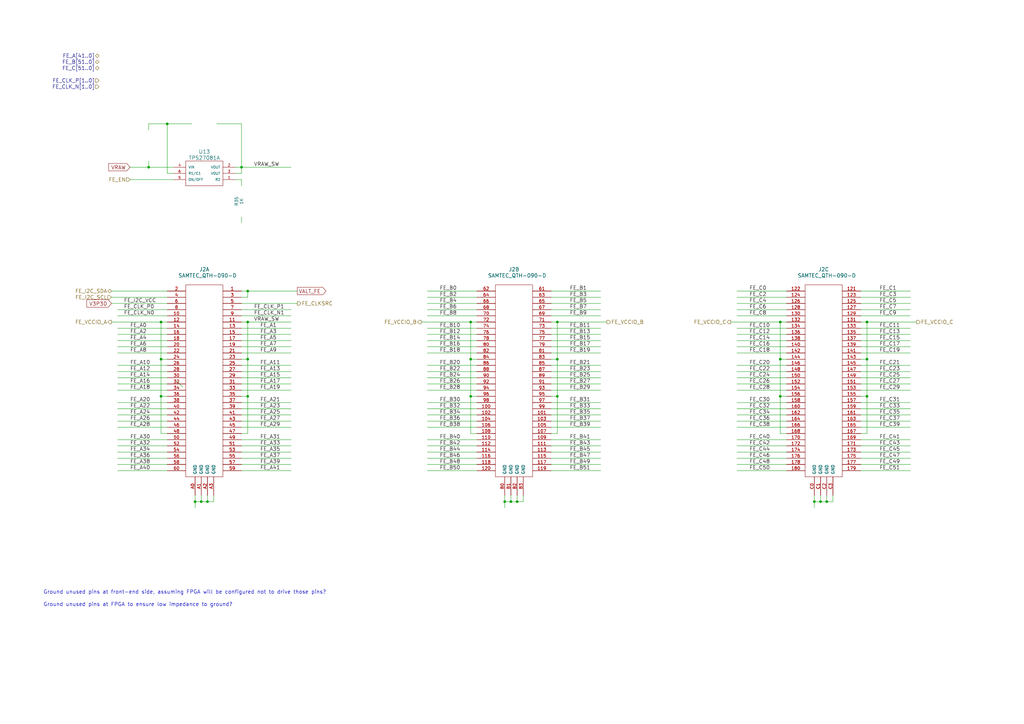
<source format=kicad_sch>
(kicad_sch (version 20230121) (generator eeschema)
  (paper "A3")
  (title_block (title "Daisho Project Main Board") (date "10 Oct 2014") (rev "0") (company "ShareBrained Technology, Inc.") (comment 1 "Copyright © 2013 Jared Boone") (comment 2 "License: GNU General Public License, version 2"))
  (lib_symbols
    (symbol "samtec_qth-090-d:SAMTEC_QTH-090-D" (pin_names (offset 1.016))
      (property "Reference" "J" (at 0 1.27 0))
      (property "Value" "SAMTEC_QTH-090-D" (at 1.27 -1.27 0))
      (symbol "SAMTEC_QTH-090-D_1_1"
        (rectangle (start -7.62 -83.82) (end 7.62 -5.08))
        (pin passive line (at 15.24 -7.62 180) (length 7.62) (name "~") (number "1"))
        (pin passive line (at -15.24 -17.78 0) (length 7.62) (name "~") (number "10"))
        (pin passive line (at 15.24 -20.32 180) (length 7.62) (name "~") (number "11"))
        (pin passive line (at -15.24 -20.32 0) (length 7.62) (name "~") (number "12"))
        (pin passive line (at 15.24 -22.86 180) (length 7.62) (name "~") (number "13"))
        (pin passive line (at -15.24 -22.86 0) (length 7.62) (name "~") (number "14"))
        (pin passive line (at 15.24 -25.4 180) (length 7.62) (name "~") (number "15"))
        (pin passive line (at -15.24 -25.4 0) (length 7.62) (name "~") (number "16"))
        (pin passive line (at 15.24 -27.94 180) (length 7.62) (name "~") (number "17"))
        (pin passive line (at -15.24 -27.94 0) (length 7.62) (name "~") (number "18"))
        (pin passive line (at 15.24 -30.48 180) (length 7.62) (name "~") (number "19"))
        (pin passive line (at -15.24 -7.62 0) (length 7.62) (name "~") (number "2"))
        (pin passive line (at -15.24 -30.48 0) (length 7.62) (name "~") (number "20"))
        (pin passive line (at 15.24 -33.02 180) (length 7.62) (name "~") (number "21"))
        (pin passive line (at -15.24 -33.02 0) (length 7.62) (name "~") (number "22"))
        (pin passive line (at 15.24 -35.56 180) (length 7.62) (name "~") (number "23"))
        (pin passive line (at -15.24 -35.56 0) (length 7.62) (name "~") (number "24"))
        (pin passive line (at 15.24 -38.1 180) (length 7.62) (name "~") (number "25"))
        (pin passive line (at -15.24 -38.1 0) (length 7.62) (name "~") (number "26"))
        (pin passive line (at 15.24 -40.64 180) (length 7.62) (name "~") (number "27"))
        (pin passive line (at -15.24 -40.64 0) (length 7.62) (name "~") (number "28"))
        (pin passive line (at 15.24 -43.18 180) (length 7.62) (name "~") (number "29"))
        (pin passive line (at 15.24 -10.16 180) (length 7.62) (name "~") (number "3"))
        (pin passive line (at -15.24 -43.18 0) (length 7.62) (name "~") (number "30"))
        (pin passive line (at 15.24 -45.72 180) (length 7.62) (name "~") (number "31"))
        (pin passive line (at -15.24 -45.72 0) (length 7.62) (name "~") (number "32"))
        (pin passive line (at 15.24 -48.26 180) (length 7.62) (name "~") (number "33"))
        (pin passive line (at -15.24 -48.26 0) (length 7.62) (name "~") (number "34"))
        (pin passive line (at 15.24 -50.8 180) (length 7.62) (name "~") (number "35"))
        (pin passive line (at -15.24 -50.8 0) (length 7.62) (name "~") (number "36"))
        (pin passive line (at 15.24 -53.34 180) (length 7.62) (name "~") (number "37"))
        (pin passive line (at -15.24 -53.34 0) (length 7.62) (name "~") (number "38"))
        (pin passive line (at 15.24 -55.88 180) (length 7.62) (name "~") (number "39"))
        (pin passive line (at -15.24 -10.16 0) (length 7.62) (name "~") (number "4"))
        (pin passive line (at -15.24 -55.88 0) (length 7.62) (name "~") (number "40"))
        (pin passive line (at 15.24 -58.42 180) (length 7.62) (name "~") (number "41"))
        (pin passive line (at -15.24 -58.42 0) (length 7.62) (name "~") (number "42"))
        (pin passive line (at 15.24 -60.96 180) (length 7.62) (name "~") (number "43"))
        (pin passive line (at -15.24 -60.96 0) (length 7.62) (name "~") (number "44"))
        (pin passive line (at 15.24 -63.5 180) (length 7.62) (name "~") (number "45"))
        (pin passive line (at -15.24 -63.5 0) (length 7.62) (name "~") (number "46"))
        (pin passive line (at 15.24 -66.04 180) (length 7.62) (name "~") (number "47"))
        (pin passive line (at -15.24 -66.04 0) (length 7.62) (name "~") (number "48"))
        (pin passive line (at 15.24 -68.58 180) (length 7.62) (name "~") (number "49"))
        (pin passive line (at 15.24 -12.7 180) (length 7.62) (name "~") (number "5"))
        (pin passive line (at -15.24 -68.58 0) (length 7.62) (name "~") (number "50"))
        (pin passive line (at 15.24 -71.12 180) (length 7.62) (name "~") (number "51"))
        (pin passive line (at -15.24 -71.12 0) (length 7.62) (name "~") (number "52"))
        (pin passive line (at 15.24 -73.66 180) (length 7.62) (name "~") (number "53"))
        (pin passive line (at -15.24 -73.66 0) (length 7.62) (name "~") (number "54"))
        (pin passive line (at 15.24 -76.2 180) (length 7.62) (name "~") (number "55"))
        (pin passive line (at -15.24 -76.2 0) (length 7.62) (name "~") (number "56"))
        (pin passive line (at 15.24 -78.74 180) (length 7.62) (name "~") (number "57"))
        (pin passive line (at -15.24 -78.74 0) (length 7.62) (name "~") (number "58"))
        (pin passive line (at 15.24 -81.28 180) (length 7.62) (name "~") (number "59"))
        (pin passive line (at -15.24 -12.7 0) (length 7.62) (name "~") (number "6"))
        (pin passive line (at -15.24 -81.28 0) (length 7.62) (name "~") (number "60"))
        (pin passive line (at 15.24 -15.24 180) (length 7.62) (name "~") (number "7"))
        (pin passive line (at -15.24 -15.24 0) (length 7.62) (name "~") (number "8"))
        (pin passive line (at 15.24 -17.78 180) (length 7.62) (name "~") (number "9"))
        (pin power_in line (at -3.81 -91.44 90) (length 7.62) (name "GND") (number "A0"))
        (pin power_in line (at -1.27 -91.44 90) (length 7.62) (name "GND") (number "A1"))
        (pin power_in line (at 1.27 -91.44 90) (length 7.62) (name "GND") (number "A2"))
        (pin power_in line (at 3.81 -91.44 90) (length 7.62) (name "GND") (number "A3"))
      )
      (symbol "SAMTEC_QTH-090-D_2_1"
        (rectangle (start -7.62 -83.82) (end 7.62 -5.08))
        (pin passive line (at -15.24 -55.88 0) (length 7.62) (name "~") (number "100"))
        (pin passive line (at 15.24 -58.42 180) (length 7.62) (name "~") (number "101"))
        (pin passive line (at -15.24 -58.42 0) (length 7.62) (name "~") (number "102"))
        (pin passive line (at 15.24 -60.96 180) (length 7.62) (name "~") (number "103"))
        (pin passive line (at -15.24 -60.96 0) (length 7.62) (name "~") (number "104"))
        (pin passive line (at 15.24 -63.5 180) (length 7.62) (name "~") (number "105"))
        (pin passive line (at -15.24 -63.5 0) (length 7.62) (name "~") (number "106"))
        (pin passive line (at 15.24 -66.04 180) (length 7.62) (name "~") (number "107"))
        (pin passive line (at -15.24 -66.04 0) (length 7.62) (name "~") (number "108"))
        (pin passive line (at 15.24 -68.58 180) (length 7.62) (name "~") (number "109"))
        (pin passive line (at -15.24 -68.58 0) (length 7.62) (name "~") (number "110"))
        (pin passive line (at 15.24 -71.12 180) (length 7.62) (name "~") (number "111"))
        (pin passive line (at -15.24 -71.12 0) (length 7.62) (name "~") (number "112"))
        (pin passive line (at 15.24 -73.66 180) (length 7.62) (name "~") (number "113"))
        (pin passive line (at -15.24 -73.66 0) (length 7.62) (name "~") (number "114"))
        (pin passive line (at 15.24 -76.2 180) (length 7.62) (name "~") (number "115"))
        (pin passive line (at -15.24 -76.2 0) (length 7.62) (name "~") (number "116"))
        (pin passive line (at 15.24 -78.74 180) (length 7.62) (name "~") (number "117"))
        (pin passive line (at -15.24 -78.74 0) (length 7.62) (name "~") (number "118"))
        (pin passive line (at 15.24 -81.28 180) (length 7.62) (name "~") (number "119"))
        (pin passive line (at -15.24 -81.28 0) (length 7.62) (name "~") (number "120"))
        (pin passive line (at 15.24 -7.62 180) (length 7.62) (name "~") (number "61"))
        (pin passive line (at -15.24 -7.62 0) (length 7.62) (name "~") (number "62"))
        (pin passive line (at 15.24 -10.16 180) (length 7.62) (name "~") (number "63"))
        (pin passive line (at -15.24 -10.16 0) (length 7.62) (name "~") (number "64"))
        (pin passive line (at 15.24 -12.7 180) (length 7.62) (name "~") (number "65"))
        (pin passive line (at -15.24 -12.7 0) (length 7.62) (name "~") (number "66"))
        (pin passive line (at 15.24 -15.24 180) (length 7.62) (name "~") (number "67"))
        (pin passive line (at -15.24 -15.24 0) (length 7.62) (name "~") (number "68"))
        (pin passive line (at 15.24 -17.78 180) (length 7.62) (name "~") (number "69"))
        (pin passive line (at -15.24 -17.78 0) (length 7.62) (name "~") (number "70"))
        (pin passive line (at 15.24 -20.32 180) (length 7.62) (name "~") (number "71"))
        (pin passive line (at -15.24 -20.32 0) (length 7.62) (name "~") (number "72"))
        (pin passive line (at 15.24 -22.86 180) (length 7.62) (name "~") (number "73"))
        (pin passive line (at -15.24 -22.86 0) (length 7.62) (name "~") (number "74"))
        (pin passive line (at 15.24 -25.4 180) (length 7.62) (name "~") (number "75"))
        (pin passive line (at -15.24 -25.4 0) (length 7.62) (name "~") (number "76"))
        (pin passive line (at 15.24 -27.94 180) (length 7.62) (name "~") (number "77"))
        (pin passive line (at -15.24 -27.94 0) (length 7.62) (name "~") (number "78"))
        (pin passive line (at 15.24 -30.48 180) (length 7.62) (name "~") (number "79"))
        (pin passive line (at -15.24 -30.48 0) (length 7.62) (name "~") (number "80"))
        (pin passive line (at 15.24 -33.02 180) (length 7.62) (name "~") (number "81"))
        (pin passive line (at -15.24 -33.02 0) (length 7.62) (name "~") (number "82"))
        (pin passive line (at 15.24 -35.56 180) (length 7.62) (name "~") (number "83"))
        (pin passive line (at -15.24 -35.56 0) (length 7.62) (name "~") (number "84"))
        (pin passive line (at 15.24 -38.1 180) (length 7.62) (name "~") (number "85"))
        (pin passive line (at -15.24 -38.1 0) (length 7.62) (name "~") (number "86"))
        (pin passive line (at 15.24 -40.64 180) (length 7.62) (name "~") (number "87"))
        (pin passive line (at -15.24 -40.64 0) (length 7.62) (name "~") (number "88"))
        (pin passive line (at 15.24 -43.18 180) (length 7.62) (name "~") (number "89"))
        (pin passive line (at -15.24 -43.18 0) (length 7.62) (name "~") (number "90"))
        (pin passive line (at 15.24 -45.72 180) (length 7.62) (name "~") (number "91"))
        (pin passive line (at -15.24 -45.72 0) (length 7.62) (name "~") (number "92"))
        (pin passive line (at 15.24 -48.26 180) (length 7.62) (name "~") (number "93"))
        (pin passive line (at -15.24 -48.26 0) (length 7.62) (name "~") (number "94"))
        (pin passive line (at 15.24 -50.8 180) (length 7.62) (name "~") (number "95"))
        (pin passive line (at -15.24 -50.8 0) (length 7.62) (name "~") (number "96"))
        (pin passive line (at 15.24 -53.34 180) (length 7.62) (name "~") (number "97"))
        (pin passive line (at -15.24 -53.34 0) (length 7.62) (name "~") (number "98"))
        (pin passive line (at 15.24 -55.88 180) (length 7.62) (name "~") (number "99"))
        (pin power_in line (at -3.81 -91.44 90) (length 7.62) (name "GND") (number "B0"))
        (pin power_in line (at -1.27 -91.44 90) (length 7.62) (name "GND") (number "B1"))
        (pin power_in line (at 1.27 -91.44 90) (length 7.62) (name "GND") (number "B2"))
        (pin power_in line (at 3.81 -91.44 90) (length 7.62) (name "GND") (number "B3"))
      )
      (symbol "SAMTEC_QTH-090-D_3_1"
        (rectangle (start -7.62 -83.82) (end 7.62 -5.08))
        (pin passive line (at 15.24 -7.62 180) (length 7.62) (name "~") (number "121"))
        (pin passive line (at -15.24 -7.62 0) (length 7.62) (name "~") (number "122"))
        (pin passive line (at 15.24 -10.16 180) (length 7.62) (name "~") (number "123"))
        (pin passive line (at -15.24 -10.16 0) (length 7.62) (name "~") (number "124"))
        (pin passive line (at 15.24 -12.7 180) (length 7.62) (name "~") (number "125"))
        (pin passive line (at -15.24 -12.7 0) (length 7.62) (name "~") (number "126"))
        (pin passive line (at 15.24 -15.24 180) (length 7.62) (name "~") (number "127"))
        (pin passive line (at -15.24 -15.24 0) (length 7.62) (name "~") (number "128"))
        (pin passive line (at 15.24 -17.78 180) (length 7.62) (name "~") (number "129"))
        (pin passive line (at -15.24 -17.78 0) (length 7.62) (name "~") (number "130"))
        (pin passive line (at 15.24 -20.32 180) (length 7.62) (name "~") (number "131"))
        (pin passive line (at -15.24 -20.32 0) (length 7.62) (name "~") (number "132"))
        (pin passive line (at 15.24 -22.86 180) (length 7.62) (name "~") (number "133"))
        (pin passive line (at -15.24 -22.86 0) (length 7.62) (name "~") (number "134"))
        (pin passive line (at 15.24 -25.4 180) (length 7.62) (name "~") (number "135"))
        (pin passive line (at -15.24 -25.4 0) (length 7.62) (name "~") (number "136"))
        (pin passive line (at 15.24 -27.94 180) (length 7.62) (name "~") (number "137"))
        (pin passive line (at -15.24 -27.94 0) (length 7.62) (name "~") (number "138"))
        (pin passive line (at 15.24 -30.48 180) (length 7.62) (name "~") (number "139"))
        (pin passive line (at -15.24 -30.48 0) (length 7.62) (name "~") (number "140"))
        (pin passive line (at 15.24 -33.02 180) (length 7.62) (name "~") (number "141"))
        (pin passive line (at -15.24 -33.02 0) (length 7.62) (name "~") (number "142"))
        (pin passive line (at 15.24 -35.56 180) (length 7.62) (name "~") (number "143"))
        (pin passive line (at -15.24 -35.56 0) (length 7.62) (name "~") (number "144"))
        (pin passive line (at 15.24 -38.1 180) (length 7.62) (name "~") (number "145"))
        (pin passive line (at -15.24 -38.1 0) (length 7.62) (name "~") (number "146"))
        (pin passive line (at 15.24 -40.64 180) (length 7.62) (name "~") (number "147"))
        (pin passive line (at -15.24 -40.64 0) (length 7.62) (name "~") (number "148"))
        (pin passive line (at 15.24 -43.18 180) (length 7.62) (name "~") (number "149"))
        (pin passive line (at -15.24 -43.18 0) (length 7.62) (name "~") (number "150"))
        (pin passive line (at 15.24 -45.72 180) (length 7.62) (name "~") (number "151"))
        (pin passive line (at -15.24 -45.72 0) (length 7.62) (name "~") (number "152"))
        (pin passive line (at 15.24 -48.26 180) (length 7.62) (name "~") (number "153"))
        (pin passive line (at -15.24 -48.26 0) (length 7.62) (name "~") (number "154"))
        (pin passive line (at 15.24 -50.8 180) (length 7.62) (name "~") (number "155"))
        (pin passive line (at -15.24 -50.8 0) (length 7.62) (name "~") (number "156"))
        (pin passive line (at 15.24 -53.34 180) (length 7.62) (name "~") (number "157"))
        (pin passive line (at -15.24 -53.34 0) (length 7.62) (name "~") (number "158"))
        (pin passive line (at 15.24 -55.88 180) (length 7.62) (name "~") (number "159"))
        (pin passive line (at -15.24 -55.88 0) (length 7.62) (name "~") (number "160"))
        (pin passive line (at 15.24 -58.42 180) (length 7.62) (name "~") (number "161"))
        (pin passive line (at -15.24 -58.42 0) (length 7.62) (name "~") (number "162"))
        (pin passive line (at 15.24 -60.96 180) (length 7.62) (name "~") (number "163"))
        (pin passive line (at -15.24 -60.96 0) (length 7.62) (name "~") (number "164"))
        (pin passive line (at 15.24 -63.5 180) (length 7.62) (name "~") (number "165"))
        (pin passive line (at -15.24 -63.5 0) (length 7.62) (name "~") (number "166"))
        (pin passive line (at 15.24 -66.04 180) (length 7.62) (name "~") (number "167"))
        (pin passive line (at -15.24 -66.04 0) (length 7.62) (name "~") (number "168"))
        (pin passive line (at 15.24 -68.58 180) (length 7.62) (name "~") (number "169"))
        (pin passive line (at -15.24 -68.58 0) (length 7.62) (name "~") (number "170"))
        (pin passive line (at 15.24 -71.12 180) (length 7.62) (name "~") (number "171"))
        (pin passive line (at -15.24 -71.12 0) (length 7.62) (name "~") (number "172"))
        (pin passive line (at 15.24 -73.66 180) (length 7.62) (name "~") (number "173"))
        (pin passive line (at -15.24 -73.66 0) (length 7.62) (name "~") (number "174"))
        (pin passive line (at 15.24 -76.2 180) (length 7.62) (name "~") (number "175"))
        (pin passive line (at -15.24 -76.2 0) (length 7.62) (name "~") (number "176"))
        (pin passive line (at 15.24 -78.74 180) (length 7.62) (name "~") (number "177"))
        (pin passive line (at -15.24 -78.74 0) (length 7.62) (name "~") (number "178"))
        (pin passive line (at 15.24 -81.28 180) (length 7.62) (name "~") (number "179"))
        (pin passive line (at -15.24 -81.28 0) (length 7.62) (name "~") (number "180"))
        (pin power_in line (at -3.81 -91.44 90) (length 7.62) (name "GND") (number "C0"))
        (pin power_in line (at -1.27 -91.44 90) (length 7.62) (name "GND") (number "C1"))
        (pin power_in line (at 1.27 -91.44 90) (length 7.62) (name "GND") (number "C2"))
        (pin power_in line (at 3.81 -91.44 90) (length 7.62) (name "GND") (number "C3"))
      )
    )
    (symbol "tps27081a:TPS27081A" (pin_names (offset 1.016))
      (property "Reference" "U" (at 0 8.89 0))
      (property "Value" "TPS27081A" (at 0 6.35 0))
      (symbol "TPS27081A_0_1"
        (rectangle (start -7.62 5.08) (end 7.62 -5.08))
      )
      (symbol "TPS27081A_1_1"
        (pin passive line (at 12.7 -2.54 180) (length 5.08) (name "R2") (number "1"))
        (pin power_out line (at 12.7 2.54 180) (length 5.08) (name "VOUT") (number "2"))
        (pin input line (at 12.7 0 180) (length 5.08) (name "VOUT") (number "3"))
        (pin power_in line (at -12.7 2.54 0) (length 5.08) (name "VIN") (number "4"))
        (pin input line (at -12.7 -2.54 0) (length 5.08) (name "ON/OFF") (number "5"))
        (pin passive line (at -12.7 0 0) (length 5.08) (name "R1/C1") (number "6"))
      )
    )
  )
  (junction (at 101.6 132.08))
  (junction (at 101.6 162.56))
  (junction (at 99.06 68.58))
  (junction (at 193.04 147.32))
  (junction (at 334.01 205.74))
  (junction (at 85.09 205.74))
  (junction (at 68.58 50.8))
  (junction (at 82.55 205.74))
  (junction (at 66.04 132.08))
  (junction (at 66.04 147.32))
  (junction (at 228.6 132.08))
  (junction (at 320.04 132.08))
  (junction (at 339.09 205.74))
  (junction (at 101.6 119.38))
  (junction (at 355.6 147.32))
  (junction (at 193.04 162.56))
  (junction (at 209.55 205.74))
  (junction (at 355.6 162.56))
  (junction (at 193.04 132.08))
  (junction (at 336.55 205.74))
  (junction (at 101.6 147.32))
  (junction (at 66.04 162.56))
  (junction (at 228.6 162.56))
  (junction (at 80.01 205.74))
  (junction (at 228.6 147.32))
  (junction (at 212.09 205.74))
  (junction (at 355.6 132.08))
  (junction (at 320.04 162.56))
  (junction (at 60.96 68.58))
  (junction (at 320.04 147.32))
  (junction (at 207.01 205.74))
  (bus_entry (at 72.39 156.21) (size 2.54 2.54))
  (wire (pts (xy 195.58 175.26) (xy 175.26 175.26)))
  (wire (pts (xy 336.55 205.74) (xy 336.55 203.2)))
  (wire (pts (xy 209.55 205.74) (xy 209.55 203.2)))
  (wire (pts (xy 353.06 134.62) (xy 373.38 134.62)))
  (wire (pts (xy 68.58 137.16) (xy 48.26 137.16)))
  (wire (pts (xy 119.38 129.54) (xy 99.06 129.54)))
  (wire (pts (xy 68.58 172.72) (xy 48.26 172.72)))
  (wire (pts (xy 226.06 182.88) (xy 246.38 182.88)))
  (wire (pts (xy 99.06 50.8) (xy 88.9 50.8)))
  (wire (pts (xy 193.04 147.32) (xy 193.04 162.56)))
  (wire (pts (xy 82.55 205.74) (xy 82.55 203.2)))
  (wire (pts (xy 226.06 121.92) (xy 246.38 121.92)))
  (wire (pts (xy 322.58 152.4) (xy 302.26 152.4)))
  (wire (pts (xy 80.01 203.2) (xy 80.01 205.74)))
  (wire (pts (xy 322.58 119.38) (xy 302.26 119.38)))
  (wire (pts (xy 195.58 127) (xy 175.26 127)))
  (wire (pts (xy 68.58 165.1) (xy 48.26 165.1)))
  (wire (pts (xy 226.06 144.78) (xy 246.38 144.78)))
  (wire (pts (xy 99.06 68.58) (xy 99.06 50.8)))
  (wire (pts (xy 195.58 132.08) (xy 193.04 132.08)))
  (wire (pts (xy 322.58 129.54) (xy 302.26 129.54)))
  (wire (pts (xy 195.58 157.48) (xy 175.26 157.48)))
  (wire (pts (xy 48.26 193.04) (xy 68.58 193.04)))
  (wire (pts (xy 119.38 180.34) (xy 99.06 180.34)))
  (wire (pts (xy 121.92 124.46) (xy 99.06 124.46)))
  (wire (pts (xy 101.6 132.08) (xy 99.06 132.08)))
  (wire (pts (xy 99.06 76.2) (xy 99.06 73.66)))
  (wire (pts (xy 45.72 121.92) (xy 68.58 121.92)))
  (wire (pts (xy 353.06 187.96) (xy 373.38 187.96)))
  (wire (pts (xy 320.04 162.56) (xy 320.04 147.32)))
  (wire (pts (xy 246.38 170.18) (xy 226.06 170.18)))
  (wire (pts (xy 195.58 160.02) (xy 175.26 160.02)))
  (wire (pts (xy 68.58 162.56) (xy 66.04 162.56)))
  (wire (pts (xy 68.58 157.48) (xy 48.26 157.48)))
  (wire (pts (xy 68.58 154.94) (xy 48.26 154.94)))
  (wire (pts (xy 322.58 124.46) (xy 302.26 124.46)))
  (wire (pts (xy 68.58 127) (xy 48.26 127)))
  (wire (pts (xy 322.58 137.16) (xy 302.26 137.16)))
  (wire (pts (xy 175.26 170.18) (xy 195.58 170.18)))
  (wire (pts (xy 99.06 73.66) (xy 96.52 73.66)))
  (wire (pts (xy 99.06 177.8) (xy 101.6 177.8)))
  (wire (pts (xy 99.06 119.38) (xy 101.6 119.38)))
  (wire (pts (xy 353.06 144.78) (xy 373.38 144.78)))
  (wire (pts (xy 322.58 132.08) (xy 320.04 132.08)))
  (wire (pts (xy 66.04 132.08) (xy 45.72 132.08)))
  (wire (pts (xy 322.58 172.72) (xy 302.26 172.72)))
  (wire (pts (xy 246.38 185.42) (xy 226.06 185.42)))
  (wire (pts (xy 355.6 132.08) (xy 375.92 132.08)))
  (wire (pts (xy 193.04 177.8) (xy 195.58 177.8)))
  (wire (pts (xy 193.04 132.08) (xy 193.04 147.32)))
  (wire (pts (xy 353.06 137.16) (xy 373.38 137.16)))
  (wire (pts (xy 320.04 147.32) (xy 322.58 147.32)))
  (wire (pts (xy 101.6 162.56) (xy 101.6 147.32)))
  (wire (pts (xy 119.38 152.4) (xy 99.06 152.4)))
  (wire (pts (xy 68.58 170.18) (xy 48.26 170.18)))
  (wire (pts (xy 336.55 205.74) (xy 339.09 205.74)))
  (wire (pts (xy 101.6 147.32) (xy 101.6 132.08)))
  (wire (pts (xy 175.26 154.94) (xy 195.58 154.94)))
  (wire (pts (xy 226.06 187.96) (xy 246.38 187.96)))
  (wire (pts (xy 226.06 160.02) (xy 246.38 160.02)))
  (wire (pts (xy 353.06 172.72) (xy 373.38 172.72)))
  (wire (pts (xy 320.04 177.8) (xy 320.04 162.56)))
  (wire (pts (xy 226.06 162.56) (xy 228.6 162.56)))
  (wire (pts (xy 353.06 182.88) (xy 373.38 182.88)))
  (wire (pts (xy 195.58 137.16) (xy 175.26 137.16)))
  (wire (pts (xy 207.01 205.74) (xy 207.01 208.28)))
  (wire (pts (xy 175.26 180.34) (xy 195.58 180.34)))
  (wire (pts (xy 353.06 175.26) (xy 373.38 175.26)))
  (wire (pts (xy 320.04 132.08) (xy 299.72 132.08)))
  (wire (pts (xy 195.58 152.4) (xy 175.26 152.4)))
  (wire (pts (xy 68.58 144.78) (xy 48.26 144.78)))
  (wire (pts (xy 195.58 121.92) (xy 175.26 121.92)))
  (wire (pts (xy 71.12 73.66) (xy 53.34 73.66)))
  (wire (pts (xy 226.06 177.8) (xy 228.6 177.8)))
  (wire (pts (xy 66.04 147.32) (xy 66.04 132.08)))
  (wire (pts (xy 119.38 127) (xy 99.06 127)))
  (wire (pts (xy 195.58 124.46) (xy 175.26 124.46)))
  (wire (pts (xy 119.38 149.86) (xy 99.06 149.86)))
  (wire (pts (xy 119.38 134.62) (xy 99.06 134.62)))
  (wire (pts (xy 322.58 149.86) (xy 302.26 149.86)))
  (wire (pts (xy 101.6 121.92) (xy 101.6 119.38)))
  (wire (pts (xy 68.58 182.88) (xy 48.26 182.88)))
  (wire (pts (xy 246.38 165.1) (xy 226.06 165.1)))
  (wire (pts (xy 195.58 190.5) (xy 175.26 190.5)))
  (wire (pts (xy 353.06 129.54) (xy 373.38 129.54)))
  (wire (pts (xy 353.06 142.24) (xy 373.38 142.24)))
  (wire (pts (xy 71.12 71.12) (xy 68.58 71.12)))
  (wire (pts (xy 119.38 182.88) (xy 99.06 182.88)))
  (wire (pts (xy 99.06 68.58) (xy 119.38 68.58)))
  (wire (pts (xy 119.38 175.26) (xy 99.06 175.26)))
  (wire (pts (xy 322.58 190.5) (xy 302.26 190.5)))
  (wire (pts (xy 322.58 157.48) (xy 302.26 157.48)))
  (wire (pts (xy 195.58 172.72) (xy 175.26 172.72)))
  (wire (pts (xy 119.38 132.08) (xy 101.6 132.08)))
  (wire (pts (xy 353.06 190.5) (xy 373.38 190.5)))
  (wire (pts (xy 226.06 152.4) (xy 246.38 152.4)))
  (wire (pts (xy 353.06 149.86) (xy 373.38 149.86)))
  (wire (pts (xy 373.38 193.04) (xy 353.06 193.04)))
  (wire (pts (xy 334.01 205.74) (xy 334.01 208.28)))
  (wire (pts (xy 226.06 137.16) (xy 246.38 137.16)))
  (wire (pts (xy 175.26 165.1) (xy 195.58 165.1)))
  (wire (pts (xy 246.38 149.86) (xy 226.06 149.86)))
  (wire (pts (xy 195.58 162.56) (xy 193.04 162.56)))
  (wire (pts (xy 68.58 177.8) (xy 66.04 177.8)))
  (wire (pts (xy 66.04 162.56) (xy 66.04 147.32)))
  (wire (pts (xy 195.58 144.78) (xy 175.26 144.78)))
  (wire (pts (xy 195.58 129.54) (xy 175.26 129.54)))
  (wire (pts (xy 175.26 185.42) (xy 195.58 185.42)))
  (wire (pts (xy 322.58 162.56) (xy 320.04 162.56)))
  (wire (pts (xy 119.38 137.16) (xy 99.06 137.16)))
  (wire (pts (xy 334.01 205.74) (xy 336.55 205.74)))
  (wire (pts (xy 212.09 205.74) (xy 214.63 205.74)))
  (wire (pts (xy 68.58 185.42) (xy 48.26 185.42)))
  (wire (pts (xy 334.01 203.2) (xy 334.01 205.74)))
  (wire (pts (xy 246.38 193.04) (xy 226.06 193.04)))
  (wire (pts (xy 175.26 139.7) (xy 195.58 139.7)))
  (wire (pts (xy 68.58 134.62) (xy 48.26 134.62)))
  (wire (pts (xy 68.58 50.8) (xy 78.74 50.8)))
  (wire (pts (xy 353.06 170.18) (xy 373.38 170.18)))
  (wire (pts (xy 119.38 165.1) (xy 99.06 165.1)))
  (wire (pts (xy 226.06 175.26) (xy 246.38 175.26)))
  (wire (pts (xy 322.58 127) (xy 302.26 127)))
  (wire (pts (xy 322.58 182.88) (xy 302.26 182.88)))
  (wire (pts (xy 99.06 162.56) (xy 101.6 162.56)))
  (wire (pts (xy 193.04 147.32) (xy 195.58 147.32)))
  (wire (pts (xy 101.6 177.8) (xy 101.6 162.56)))
  (wire (pts (xy 355.6 147.32) (xy 353.06 147.32)))
  (wire (pts (xy 320.04 147.32) (xy 320.04 132.08)))
  (wire (pts (xy 119.38 160.02) (xy 99.06 160.02)))
  (wire (pts (xy 373.38 185.42) (xy 353.06 185.42)))
  (wire (pts (xy 195.58 167.64) (xy 175.26 167.64)))
  (wire (pts (xy 193.04 132.08) (xy 172.72 132.08)))
  (wire (pts (xy 60.96 68.58) (xy 53.34 68.58)))
  (wire (pts (xy 322.58 175.26) (xy 302.26 175.26)))
  (wire (pts (xy 322.58 177.8) (xy 320.04 177.8)))
  (wire (pts (xy 119.38 187.96) (xy 99.06 187.96)))
  (wire (pts (xy 193.04 162.56) (xy 193.04 177.8)))
  (wire (pts (xy 339.09 205.74) (xy 341.63 205.74)))
  (wire (pts (xy 209.55 205.74) (xy 212.09 205.74)))
  (wire (pts (xy 214.63 205.74) (xy 214.63 203.2)))
  (wire (pts (xy 85.09 203.2) (xy 85.09 205.74)))
  (wire (pts (xy 99.06 193.04) (xy 119.38 193.04)))
  (wire (pts (xy 226.06 132.08) (xy 228.6 132.08)))
  (wire (pts (xy 68.58 175.26) (xy 48.26 175.26)))
  (wire (pts (xy 68.58 142.24) (xy 48.26 142.24)))
  (wire (pts (xy 353.06 157.48) (xy 373.38 157.48)))
  (wire (pts (xy 226.06 127) (xy 246.38 127)))
  (wire (pts (xy 85.09 205.74) (xy 87.63 205.74)))
  (wire (pts (xy 228.6 132.08) (xy 248.92 132.08)))
  (wire (pts (xy 353.06 162.56) (xy 355.6 162.56)))
  (wire (pts (xy 228.6 147.32) (xy 228.6 132.08)))
  (wire (pts (xy 175.26 193.04) (xy 195.58 193.04)))
  (wire (pts (xy 322.58 167.64) (xy 302.26 167.64)))
  (wire (pts (xy 60.96 53.34) (xy 60.96 50.8)))
  (wire (pts (xy 60.96 50.8) (xy 68.58 50.8)))
  (wire (pts (xy 45.72 119.38) (xy 68.58 119.38)))
  (wire (pts (xy 353.06 167.64) (xy 373.38 167.64)))
  (wire (pts (xy 68.58 139.7) (xy 48.26 139.7)))
  (wire (pts (xy 119.38 170.18) (xy 99.06 170.18)))
  (wire (pts (xy 119.38 172.72) (xy 99.06 172.72)))
  (wire (pts (xy 353.06 154.94) (xy 373.38 154.94)))
  (wire (pts (xy 226.06 190.5) (xy 246.38 190.5)))
  (wire (pts (xy 71.12 68.58) (xy 60.96 68.58)))
  (wire (pts (xy 353.06 119.38) (xy 373.38 119.38)))
  (wire (pts (xy 195.58 119.38) (xy 175.26 119.38)))
  (wire (pts (xy 322.58 134.62) (xy 302.26 134.62)))
  (wire (pts (xy 226.06 172.72) (xy 246.38 172.72)))
  (wire (pts (xy 355.6 162.56) (xy 355.6 177.8)))
  (wire (pts (xy 68.58 132.08) (xy 66.04 132.08)))
  (wire (pts (xy 226.06 129.54) (xy 246.38 129.54)))
  (wire (pts (xy 353.06 160.02) (xy 373.38 160.02)))
  (wire (pts (xy 82.55 205.74) (xy 85.09 205.74)))
  (wire (pts (xy 322.58 180.34) (xy 302.26 180.34)))
  (wire (pts (xy 87.63 205.74) (xy 87.63 203.2)))
  (wire (pts (xy 195.58 142.24) (xy 175.26 142.24)))
  (wire (pts (xy 119.38 154.94) (xy 99.06 154.94)))
  (wire (pts (xy 68.58 160.02) (xy 48.26 160.02)))
  (wire (pts (xy 302.26 170.18) (xy 322.58 170.18)))
  (wire (pts (xy 322.58 139.7) (xy 302.26 139.7)))
  (wire (pts (xy 68.58 124.46) (xy 45.72 124.46)))
  (wire (pts (xy 302.26 154.94) (xy 322.58 154.94)))
  (wire (pts (xy 60.96 66.04) (xy 60.96 68.58)))
  (wire (pts (xy 68.58 180.34) (xy 48.26 180.34)))
  (wire (pts (xy 119.38 167.64) (xy 99.06 167.64)))
  (wire (pts (xy 353.06 124.46) (xy 373.38 124.46)))
  (wire (pts (xy 68.58 149.86) (xy 48.26 149.86)))
  (wire (pts (xy 228.6 147.32) (xy 226.06 147.32)))
  (wire (pts (xy 68.58 152.4) (xy 48.26 152.4)))
  (wire (pts (xy 175.26 134.62) (xy 195.58 134.62)))
  (wire (pts (xy 195.58 182.88) (xy 175.26 182.88)))
  (wire (pts (xy 119.38 144.78) (xy 99.06 144.78)))
  (wire (pts (xy 207.01 205.74) (xy 209.55 205.74)))
  (wire (pts (xy 322.58 165.1) (xy 302.26 165.1)))
  (wire (pts (xy 119.38 157.48) (xy 99.06 157.48)))
  (wire (pts (xy 68.58 129.54) (xy 48.26 129.54)))
  (wire (pts (xy 341.63 205.74) (xy 341.63 203.2)))
  (wire (pts (xy 228.6 177.8) (xy 228.6 162.56)))
  (wire (pts (xy 99.06 121.92) (xy 101.6 121.92)))
  (wire (pts (xy 353.06 165.1) (xy 373.38 165.1)))
  (wire (pts (xy 99.06 88.9) (xy 99.06 91.44)))
  (wire (pts (xy 207.01 203.2) (xy 207.01 205.74)))
  (wire (pts (xy 119.38 190.5) (xy 99.06 190.5)))
  (wire (pts (xy 68.58 71.12) (xy 68.58 50.8)))
  (wire (pts (xy 119.38 139.7) (xy 99.06 139.7)))
  (wire (pts (xy 66.04 177.8) (xy 66.04 162.56)))
  (wire (pts (xy 322.58 144.78) (xy 302.26 144.78)))
  (wire (pts (xy 353.06 132.08) (xy 355.6 132.08)))
  (wire (pts (xy 322.58 160.02) (xy 302.26 160.02)))
  (wire (pts (xy 322.58 193.04) (xy 302.26 193.04)))
  (wire (pts (xy 353.06 152.4) (xy 373.38 152.4)))
  (wire (pts (xy 353.06 180.34) (xy 373.38 180.34)))
  (wire (pts (xy 339.09 205.74) (xy 339.09 203.2)))
  (wire (pts (xy 353.06 127) (xy 373.38 127)))
  (wire (pts (xy 355.6 177.8) (xy 353.06 177.8)))
  (wire (pts (xy 246.38 154.94) (xy 226.06 154.94)))
  (wire (pts (xy 119.38 185.42) (xy 99.06 185.42)))
  (wire (pts (xy 355.6 132.08) (xy 355.6 147.32)))
  (wire (pts (xy 195.58 187.96) (xy 175.26 187.96)))
  (wire (pts (xy 80.01 205.74) (xy 82.55 205.74)))
  (wire (pts (xy 99.06 71.12) (xy 96.52 71.12)))
  (wire (pts (xy 322.58 187.96) (xy 302.26 187.96)))
  (wire (pts (xy 101.6 147.32) (xy 99.06 147.32)))
  (wire (pts (xy 246.38 139.7) (xy 226.06 139.7)))
  (wire (pts (xy 226.06 157.48) (xy 246.38 157.48)))
  (wire (pts (xy 175.26 149.86) (xy 195.58 149.86)))
  (wire (pts (xy 101.6 119.38) (xy 121.92 119.38)))
  (wire (pts (xy 246.38 134.62) (xy 226.06 134.62)))
  (wire (pts (xy 48.26 187.96) (xy 68.58 187.96)))
  (wire (pts (xy 226.06 142.24) (xy 246.38 142.24)))
  (wire (pts (xy 322.58 142.24) (xy 302.26 142.24)))
  (wire (pts (xy 302.26 185.42) (xy 322.58 185.42)))
  (wire (pts (xy 246.38 124.46) (xy 226.06 124.46)))
  (wire (pts (xy 80.01 205.74) (xy 80.01 208.28)))
  (wire (pts (xy 68.58 167.64) (xy 48.26 167.64)))
  (wire (pts (xy 119.38 142.24) (xy 99.06 142.24)))
  (wire (pts (xy 246.38 180.34) (xy 226.06 180.34)))
  (wire (pts (xy 226.06 119.38) (xy 246.38 119.38)))
  (wire (pts (xy 96.52 68.58) (xy 99.06 68.58)))
  (wire (pts (xy 212.09 205.74) (xy 212.09 203.2)))
  (wire (pts (xy 226.06 167.64) (xy 246.38 167.64)))
  (wire (pts (xy 66.04 147.32) (xy 68.58 147.32)))
  (wire (pts (xy 353.06 139.7) (xy 373.38 139.7)))
  (wire (pts (xy 228.6 162.56) (xy 228.6 147.32)))
  (wire (pts (xy 355.6 147.32) (xy 355.6 162.56)))
  (wire (pts (xy 322.58 121.92) (xy 302.26 121.92)))
  (wire (pts (xy 99.06 71.12) (xy 99.06 68.58)))
  (wire (pts (xy 353.06 121.92) (xy 373.38 121.92)))
  (wire (pts (xy 48.26 190.5) (xy 68.58 190.5)))
  (text "Ground unused pins at FPGA to ensure low impedance to ground?" (at 17.78 248.92 0) (effects (font (size 1.524 1.524)) (justify left bottom)))
  (text "Ground unused pins at front-end side, assuming FPGA will be configured not to drive those pins?" (at 17.78 243.84 0) (effects (font (size 1.524 1.524)) (justify left bottom)))
  (label "FE_C31" (at 360.68 165.1 0) (effects (font (size 1.524 1.524))))
  (label "FE_A15" (at 106.68 154.94 0) (effects (font (size 1.524 1.524))))
  (label "FE_A28" (at 53.34 175.26 0) (effects (font (size 1.524 1.524))))
  (label "FE_C37" (at 360.68 172.72 0) (effects (font (size 1.524 1.524))))
  (label "FE_B35" (at 233.68 170.18 0) (effects (font (size 1.524 1.524))))
  (label "FE_B30" (at 180.34 165.1 0) (effects (font (size 1.524 1.524))))
  (label "FE_C3" (at 360.68 121.92 0) (effects (font (size 1.524 1.524))))
  (label "FE_B46" (at 180.34 187.96 0) (effects (font (size 1.524 1.524))))
  (label "FE_B36" (at 180.34 172.72 0) (effects (font (size 1.524 1.524))))
  (label "FE_B48" (at 180.34 190.5 0) (effects (font (size 1.524 1.524))))
  (label "FE_B10" (at 180.34 134.62 0) (effects (font (size 1.524 1.524))))
  (label "FE_C39" (at 360.68 175.26 0) (effects (font (size 1.524 1.524))))
  (label "FE_B39" (at 233.68 175.26 0) (effects (font (size 1.524 1.524))))
  (label "FE_A1" (at 106.68 134.62 0) (effects (font (size 1.524 1.524))))
  (label "FE_C28" (at 307.34 160.02 0) (effects (font (size 1.524 1.524))))
  (label "FE_C50" (at 307.34 193.04 0) (effects (font (size 1.524 1.524))))
  (label "FE_B9" (at 233.68 129.54 0) (effects (font (size 1.524 1.524))))
  (label "FE_C44" (at 307.34 185.42 0) (effects (font (size 1.524 1.524))))
  (label "FE_C32" (at 307.34 167.64 0) (effects (font (size 1.524 1.524))))
  (label "FE_C33" (at 360.68 167.64 0) (effects (font (size 1.524 1.524))))
  (label "FE_C14" (at 307.34 139.7 0) (effects (font (size 1.524 1.524))))
  (label "FE_B45" (at 233.68 185.42 0) (effects (font (size 1.524 1.524))))
  (label "FE_B34" (at 180.34 170.18 0) (effects (font (size 1.524 1.524))))
  (label "FE_B41" (at 233.68 180.34 0) (effects (font (size 1.524 1.524))))
  (label "FE_C42" (at 307.34 182.88 0) (effects (font (size 1.524 1.524))))
  (label "FE_C35" (at 360.68 170.18 0) (effects (font (size 1.524 1.524))))
  (label "FE_C20" (at 307.34 149.86 0) (effects (font (size 1.524 1.524))))
  (label "FE_A12" (at 53.34 152.4 0) (effects (font (size 1.524 1.524))))
  (label "FE_A4" (at 53.34 139.7 0) (effects (font (size 1.524 1.524))))
  (label "FE_C47" (at 360.68 187.96 0) (effects (font (size 1.524 1.524))))
  (label "FE_C9" (at 360.68 129.54 0) (effects (font (size 1.524 1.524))))
  (label "FE_C30" (at 307.34 165.1 0) (effects (font (size 1.524 1.524))))
  (label "FE_A37" (at 106.68 187.96 0) (effects (font (size 1.524 1.524))))
  (label "FE_A22" (at 53.34 167.64 0) (effects (font (size 1.524 1.524))))
  (label "FE_A11" (at 106.68 149.86 0) (effects (font (size 1.524 1.524))))
  (label "FE_A20" (at 53.34 165.1 0) (effects (font (size 1.524 1.524))))
  (label "FE_A29" (at 106.68 175.26 0) (effects (font (size 1.524 1.524))))
  (label "FE_C12" (at 307.34 137.16 0) (effects (font (size 1.524 1.524))))
  (label "FE_B51" (at 233.68 193.04 0) (effects (font (size 1.524 1.524))))
  (label "FE_B14" (at 180.34 139.7 0) (effects (font (size 1.524 1.524))))
  (label "FE_A21" (at 106.68 165.1 0) (effects (font (size 1.524 1.524))))
  (label "FE_B50" (at 180.34 193.04 0) (effects (font (size 1.524 1.524))))
  (label "FE_C49" (at 360.68 190.5 0) (effects (font (size 1.524 1.524))))
  (label "FE_A38" (at 53.34 190.5 0) (effects (font (size 1.524 1.524))))
  (label "FE_B47" (at 233.68 187.96 0) (effects (font (size 1.524 1.524))))
  (label "FE_C41" (at 360.68 180.34 0) (effects (font (size 1.524 1.524))))
  (label "FE_C8" (at 307.34 129.54 0) (effects (font (size 1.524 1.524))))
  (label "FE_B3" (at 233.68 121.92 0) (effects (font (size 1.524 1.524))))
  (label "FE_A36" (at 53.34 187.96 0) (effects (font (size 1.524 1.524))))
  (label "FE_C25" (at 360.68 154.94 0) (effects (font (size 1.524 1.524))))
  (label "FE_A5" (at 106.68 139.7 0) (effects (font (size 1.524 1.524))))
  (label "FE_B40" (at 180.34 180.34 0) (effects (font (size 1.524 1.524))))
  (label "FE_C10" (at 307.34 134.62 0) (effects (font (size 1.524 1.524))))
  (label "FE_B17" (at 233.68 142.24 0) (effects (font (size 1.524 1.524))))
  (label "FE_B13" (at 233.68 137.16 0) (effects (font (size 1.524 1.524))))
  (label "FE_B11" (at 233.68 134.62 0) (effects (font (size 1.524 1.524))))
  (label "FE_A24" (at 53.34 170.18 0) (effects (font (size 1.524 1.524))))
  (label "FE_B27" (at 233.68 157.48 0) (effects (font (size 1.524 1.524))))
  (label "FE_C22" (at 307.34 152.4 0) (effects (font (size 1.524 1.524))))
  (label "FE_A33" (at 106.68 182.88 0) (effects (font (size 1.524 1.524))))
  (label "FE_B26" (at 180.34 157.48 0) (effects (font (size 1.524 1.524))))
  (label "FE_A16" (at 53.34 157.48 0) (effects (font (size 1.524 1.524))))
  (label "FE_C26" (at 307.34 157.48 0) (effects (font (size 1.524 1.524))))
  (label "FE_B49" (at 233.68 190.5 0) (effects (font (size 1.524 1.524))))
  (label "FE_A7" (at 106.68 142.24 0) (effects (font (size 1.524 1.524))))
  (label "FE_C27" (at 360.68 157.48 0) (effects (font (size 1.524 1.524))))
  (label "FE_B19" (at 233.68 144.78 0) (effects (font (size 1.524 1.524))))
  (label "FE_B24" (at 180.34 154.94 0) (effects (font (size 1.524 1.524))))
  (label "FE_C15" (at 360.68 139.7 0) (effects (font (size 1.524 1.524))))
  (label "FE_B33" (at 233.68 167.64 0) (effects (font (size 1.524 1.524))))
  (label "FE_B22" (at 180.34 152.4 0) (effects (font (size 1.524 1.524))))
  (label "FE_B2" (at 180.34 121.92 0) (effects (font (size 1.524 1.524))))
  (label "FE_C0" (at 307.34 119.38 0) (effects (font (size 1.524 1.524))))
  (label "FE_A13" (at 106.68 152.4 0) (effects (font (size 1.524 1.524))))
  (label "FE_B29" (at 233.68 160.02 0) (effects (font (size 1.524 1.524))))
  (label "FE_C4" (at 307.34 124.46 0) (effects (font (size 1.524 1.524))))
  (label "FE_CLK_N0" (at 50.8 129.54 0) (effects (font (size 1.524 1.524))))
  (label "FE_B44" (at 180.34 185.42 0) (effects (font (size 1.524 1.524))))
  (label "FE_C46" (at 307.34 187.96 0) (effects (font (size 1.524 1.524))))
  (label "FE_B23" (at 233.68 152.4 0) (effects (font (size 1.524 1.524))))
  (label "FE_A30" (at 53.34 180.34 0) (effects (font (size 1.524 1.524))))
  (label "FE_B8" (at 180.34 129.54 0) (effects (font (size 1.524 1.524))))
  (label "FE_B31" (at 233.68 165.1 0) (effects (font (size 1.524 1.524))))
  (label "FE_A39" (at 106.68 190.5 0) (effects (font (size 1.524 1.524))))
  (label "FE_A34" (at 53.34 185.42 0) (effects (font (size 1.524 1.524))))
  (label "FE_A32" (at 53.34 182.88 0) (effects (font (size 1.524 1.524))))
  (label "FE_B43" (at 233.68 182.88 0) (effects (font (size 1.524 1.524))))
  (label "FE_B21" (at 233.68 149.86 0) (effects (font (size 1.524 1.524))))
  (label "FE_A26" (at 53.34 172.72 0) (effects (font (size 1.524 1.524))))
  (label "FE_C5" (at 360.68 124.46 0) (effects (font (size 1.524 1.524))))
  (label "FE_A8" (at 53.34 144.78 0) (effects (font (size 1.524 1.524))))
  (label "VRAW_SW" (at 104.14 68.58 0) (effects (font (size 1.524 1.524))))
  (label "FE_B38" (at 180.34 175.26 0) (effects (font (size 1.524 1.524))))
  (label "FE_B0" (at 180.34 119.38 0) (effects (font (size 1.524 1.524))))
  (label "FE_B1" (at 233.68 119.38 0) (effects (font (size 1.524 1.524))))
  (label "FE_C48" (at 307.34 190.5 0) (effects (font (size 1.524 1.524))))
  (label "FE_A9" (at 106.68 144.78 0) (effects (font (size 1.524 1.524))))
  (label "FE_C43" (at 360.68 182.88 0) (effects (font (size 1.524 1.524))))
  (label "FE_A27" (at 106.68 172.72 0) (effects (font (size 1.524 1.524))))
  (label "FE_B4" (at 180.34 124.46 0) (effects (font (size 1.524 1.524))))
  (label "FE_A0" (at 53.34 134.62 0) (effects (font (size 1.524 1.524))))
  (label "FE_B37" (at 233.68 172.72 0) (effects (font (size 1.524 1.524))))
  (label "FE_C38" (at 307.34 175.26 0) (effects (font (size 1.524 1.524))))
  (label "FE_B15" (at 233.68 139.7 0) (effects (font (size 1.524 1.524))))
  (label "FE_C29" (at 360.68 160.02 0) (effects (font (size 1.524 1.524))))
  (label "VRAW_SW" (at 104.14 132.08 0) (effects (font (size 1.524 1.524))))
  (label "FE_C18" (at 307.34 144.78 0) (effects (font (size 1.524 1.524))))
  (label "FE_A25" (at 106.68 170.18 0) (effects (font (size 1.524 1.524))))
  (label "FE_C11" (at 360.68 134.62 0) (effects (font (size 1.524 1.524))))
  (label "FE_A41" (at 106.68 193.04 0) (effects (font (size 1.524 1.524))))
  (label "FE_C40" (at 307.34 180.34 0) (effects (font (size 1.524 1.524))))
  (label "FE_B42" (at 180.34 182.88 0) (effects (font (size 1.524 1.524))))
  (label "FE_B5" (at 233.68 124.46 0) (effects (font (size 1.524 1.524))))
  (label "FE_A18" (at 53.34 160.02 0) (effects (font (size 1.524 1.524))))
  (label "FE_C24" (at 307.34 154.94 0) (effects (font (size 1.524 1.524))))
  (label "FE_C17" (at 360.68 142.24 0) (effects (font (size 1.524 1.524))))
  (label "FE_B6" (at 180.34 127 0) (effects (font (size 1.524 1.524))))
  (label "FE_C19" (at 360.68 144.78 0) (effects (font (size 1.524 1.524))))
  (label "FE_A35" (at 106.68 185.42 0) (effects (font (size 1.524 1.524))))
  (label "FE_B28" (at 180.34 160.02 0) (effects (font (size 1.524 1.524))))
  (label "FE_B25" (at 233.68 154.94 0) (effects (font (size 1.524 1.524))))
  (label "FE_C51" (at 360.68 193.04 0) (effects (font (size 1.524 1.524))))
  (label "FE_C13" (at 360.68 137.16 0) (effects (font (size 1.524 1.524))))
  (label "FE_A3" (at 106.68 137.16 0) (effects (font (size 1.524 1.524))))
  (label "FE_A2" (at 53.34 137.16 0) (effects (font (size 1.524 1.524))))
  (label "FE_C34" (at 307.34 170.18 0) (effects (font (size 1.524 1.524))))
  (label "FE_A10" (at 53.34 149.86 0) (effects (font (size 1.524 1.524))))
  (label "FE_CLK_P1" (at 104.14 127 0) (effects (font (size 1.524 1.524))))
  (label "FE_CLK_N1" (at 104.14 129.54 0) (effects (font (size 1.524 1.524))))
  (label "FE_A17" (at 106.68 157.48 0) (effects (font (size 1.524 1.524))))
  (label "FE_A19" (at 106.68 160.02 0) (effects (font (size 1.524 1.524))))
  (label "FE_B7" (at 233.68 127 0) (effects (font (size 1.524 1.524))))
  (label "FE_A6" (at 53.34 142.24 0) (effects (font (size 1.524 1.524))))
  (label "FE_C2" (at 307.34 121.92 0) (effects (font (size 1.524 1.524))))
  (label "FE_C36" (at 307.34 172.72 0) (effects (font (size 1.524 1.524))))
  (label "FE_C6" (at 307.34 127 0) (effects (font (size 1.524 1.524))))
  (label "FE_A14" (at 53.34 154.94 0) (effects (font (size 1.524 1.524))))
  (label "FE_CLK_P0" (at 50.8 127 0) (effects (font (size 1.524 1.524))))
  (label "FE_C7" (at 360.68 127 0) (effects (font (size 1.524 1.524))))
  (label "FE_B18" (at 180.34 144.78 0) (effects (font (size 1.524 1.524))))
  (label "FE_C16" (at 307.34 142.24 0) (effects (font (size 1.524 1.524))))
  (label "FE_C45" (at 360.68 185.42 0) (effects (font (size 1.524 1.524))))
  (label "FE_A40" (at 53.34 193.04 0) (effects (font (size 1.524 1.524))))
  (label "FE_B20" (at 180.34 149.86 0) (effects (font (size 1.524 1.524))))
  (label "FE_B12" (at 180.34 137.16 0) (effects (font (size 1.524 1.524))))
  (label "FE_C23" (at 360.68 152.4 0) (effects (font (size 1.524 1.524))))
  (label "FE_C21" (at 360.68 149.86 0) (effects (font (size 1.524 1.524))))
  (label "FE_I2C_VCC" (at 50.8 124.46 0) (effects (font (size 1.524 1.524))))
  (label "FE_A31" (at 106.68 180.34 0) (effects (font (size 1.524 1.524))))
  (label "FE_C1" (at 360.68 119.38 0) (effects (font (size 1.524 1.524))))
  (label "FE_B32" (at 180.34 167.64 0) (effects (font (size 1.524 1.524))))
  (label "FE_B16" (at 180.34 142.24 0) (effects (font (size 1.524 1.524))))
  (label "FE_A23" (at 106.68 167.64 0) (effects (font (size 1.524 1.524))))
  (global_label "VALT_FE" (shape output) (at 121.92 119.38 0) (effects (font (size 1.524 1.524))) (property "Intersheetrefs" "${INTERSHEET_REFS}" (effects hide)))
  (global_label "V3P3D" (shape input) (at 45.72 124.46 180) (effects (font (size 1.524 1.524))) (property "Intersheetrefs" "${INTERSHEET_REFS}" (effects hide)))
  (global_label "VRAW" (shape input) (at 53.34 68.58 180) (effects (font (size 1.524 1.524))) (property "Intersheetrefs" "${INTERSHEET_REFS}" (effects hide)))
  (hierarchical_label "FE_VCCIO_A" (shape output) (at 45.72 132.08 180) (effects (font (size 1.524 1.524))))
  (hierarchical_label "FE_EN" (shape input) (at 53.34 73.66 180) (effects (font (size 1.524 1.524))))
  (hierarchical_label "FE_VCCIO_B" (shape output) (at 248.92 132.08 0) (effects (font (size 1.524 1.524))))
  (hierarchical_label "FE_I2C_SDA" (shape bidirectional) (at 45.72 119.38 180) (effects (font (size 1.524 1.524))))
  (hierarchical_label "FE_I2C_SCL" (shape input) (at 45.72 121.92 180) (effects (font (size 1.524 1.524))))
  (hierarchical_label "FE_C[51..0]" (shape bidirectional) (at 40.64 27.94 180) (effects (font (size 1.524 1.524))))
  (hierarchical_label "FE_VCCIO_C" (shape output) (at 299.72 132.08 180) (effects (font (size 1.524 1.524))))
  (hierarchical_label "FE_B[51..0]" (shape bidirectional) (at 40.64 25.4 180) (effects (font (size 1.524 1.524))))
  (hierarchical_label "FE_CLK_N[1..0]" (shape input) (at 40.64 35.56 180) (effects (font (size 1.524 1.524))))
  (hierarchical_label "FE_CLKSRC" (shape output) (at 121.92 124.46 0) (effects (font (size 1.524 1.524))))
  (hierarchical_label "FE_VCCIO_B" (shape output) (at 172.72 132.08 180) (effects (font (size 1.524 1.524))))
  (hierarchical_label "FE_CLK_P[1..0]" (shape input) (at 40.64 33.02 180) (effects (font (size 1.524 1.524))))
  (hierarchical_label "FE_A[41..0]" (shape bidirectional) (at 40.64 22.86 180) (effects (font (size 1.524 1.524))))
  (hierarchical_label "FE_VCCIO_C" (shape output) (at 375.92 132.08 0) (effects (font (size 1.524 1.524))))
  (symbol (lib_id "samtec_qth-090-d:SAMTEC_QTH-090-D") (at 83.82 111.76 0) (unit 1)
    (property "Reference" "J2" (at 83.82 110.49 0) (effects (font (size 1.524 1.524))))
    (property "Value" "SAMTEC_QTH-090-D" (at 85.09 113.03 0) (effects (font (size 1.524 1.524))))
    (property "Manufacturer" "Samtec" (effects hide))
    (property "Part Number" "QTH-090-01-L-D-A" (effects hide))
  )
  (symbol (lib_id "samtec_qth-090-d:SAMTEC_QTH-090-D") (at 210.82 111.76 0) (unit 2)
    (property "Reference" "J2" (at 210.82 110.49 0) (effects (font (size 1.524 1.524))))
    (property "Value" "SAMTEC_QTH-090-D" (at 212.09 113.03 0) (effects (font (size 1.524 1.524))))
    (property "Manufacturer" "Samtec" (effects hide))
    (property "Part Number" "QTH-090-01-L-D-A" (effects hide))
  )
  (symbol (lib_id "samtec_qth-090-d:SAMTEC_QTH-090-D") (at 337.82 111.76 0) (unit 3)
    (property "Reference" "J2" (at 337.82 110.49 0) (effects (font (size 1.524 1.524))))
    (property "Value" "SAMTEC_QTH-090-D" (at 339.09 113.03 0) (effects (font (size 1.524 1.524))))
    (property "Manufacturer" "Samtec" (effects hide))
    (property "Part Number" "QTH-090-01-L-D-A" (effects hide))
  )
  (symbol (lib_id "GND") (at 80.01 208.28 0) (unit 1)
    (property "Reference" "#PWR0120" (effects hide))
    (property "Value" "GND" (effects hide))
  )
  (symbol (lib_id "GND") (at 334.01 208.28 0) (unit 1)
    (property "Reference" "#PWR0119" (effects hide))
    (property "Value" "GND" (effects hide))
  )
  (symbol (lib_id "GND") (at 207.01 208.28 0) (unit 1)
    (property "Reference" "#PWR0118" (effects hide))
    (property "Value" "GND" (effects hide))
  )
  (symbol (lib_id "tps27081a:TPS27081A") (at 83.82 71.12 0) (unit 1)
    (property "Reference" "U13" (at 83.82 62.23 0) (effects (font (size 1.524 1.524))))
    (property "Value" "TPS27081A" (at 83.82 64.77 0) (effects (font (size 1.524 1.524))))
    (property "Manufacturer" "TI" (effects hide))
    (property "Part Number" "TPS27081ADDC" (effects hide))
  )
  (symbol (lib_id "R") (at 99.06 82.55 0) (mirror y) (unit 1)
    (property "Reference" "R35" (at 97.028 82.55 90))
    (property "Value" "1K" (at 99.06 82.55 90))
    (property "Manufacturer" "Stackpole" (effects hide))
    (property "Part Number" "RMCF0402FT1K00" (effects hide))
  )
  (symbol (lib_id "GND") (at 99.06 91.44 0) (unit 1)
    (property "Reference" "#PWR0117" (effects hide))
    (property "Value" "GND" (effects hide))
  )
  (symbol (lib_id "C") (at 83.82 50.8 90) (unit 1)
    (property "Reference" "C33" (at 81.28 49.53 0) (effects (justify left)))
    (property "Value" "100N" (at 86.36 49.53 0) (effects (justify left)))
    (property "Manufacturer" "Murata" (effects hide))
    (property "Part Number" "GRM155R61A104KA01D" (effects hide))
  )
  (symbol (lib_id "R") (at 60.96 59.69 0) (mirror y) (unit 1)
    (property "Reference" "R33" (at 58.928 59.69 90))
    (property "Value" "10K" (at 60.96 59.69 90))
    (property "Manufacturer" "Stackpole" (effects hide))
    (property "Part Number" "RMCF0402JT10K0" (effects hide))
  )
)
</source>
